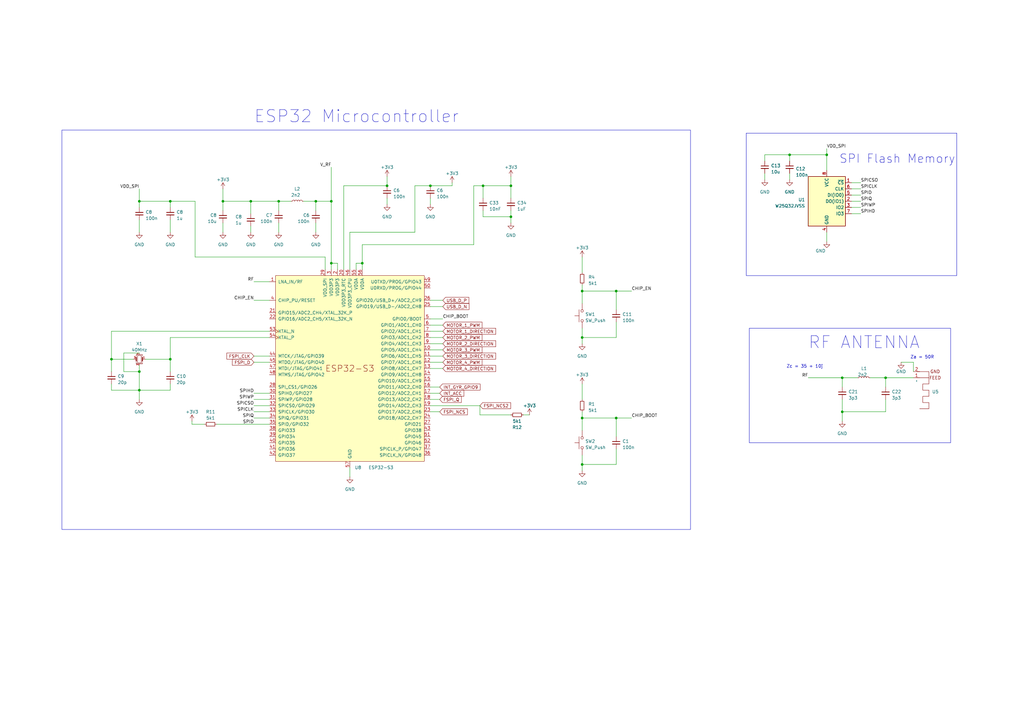
<source format=kicad_sch>
(kicad_sch (version 20230121) (generator eeschema)
  (paper "A3")
  (lib_symbols
    (symbol "Device:C_Small" (pin_numbers hide) (pin_names (offset 0.254) hide)
      (property "Reference" "C" (at 0.254 1.778 0))
      (property "Value" "C_Small" (at 0.254 -2.032 0))
      (symbol "C_Small_0_1"
        (polyline (pts (xy -1.524 -0.508) (xy 1.524 -0.508)) (stroke (width 0.3302)))
        (polyline (pts (xy -1.524 0.508) (xy 1.524 0.508)) (stroke (width 0.3048)))
      )
      (symbol "C_Small_1_1"
        (pin passive line (at 0 2.54 270) (length 2.032) (name "~") (number "1"))
        (pin passive line (at 0 -2.54 90) (length 2.032) (name "~") (number "2"))
      )
    )
    (symbol "Device:Crystal_GND24_Small" (pin_names (offset 1.016) hide)
      (property "Reference" "Y" (at 1.27 4.445 0))
      (property "Value" "Crystal_GND24_Small" (at 1.27 2.54 0))
      (symbol "Crystal_GND24_Small_0_1"
        (rectangle (start -0.762 -1.524) (end 0.762 1.524))
        (polyline (pts (xy -1.27 -0.762) (xy -1.27 0.762)) (stroke (width 0.381)))
        (polyline (pts (xy 1.27 -0.762) (xy 1.27 0.762)) (stroke (width 0.381)))
        (polyline (pts (xy -1.27 -1.27) (xy -1.27 -1.905) (xy 1.27 -1.905) (xy 1.27 -1.27)))
        (polyline (pts (xy -1.27 1.27) (xy -1.27 1.905) (xy 1.27 1.905) (xy 1.27 1.27)))
      )
      (symbol "Crystal_GND24_Small_1_1"
        (pin passive line (at -2.54 0 0) (length 1.27) (name "1") (number "1"))
        (pin passive line (at 0 -2.54 90) (length 0.635) (name "2") (number "2"))
        (pin passive line (at 2.54 0 180) (length 1.27) (name "3") (number "3"))
        (pin passive line (at 0 2.54 270) (length 0.635) (name "4") (number "4"))
      )
    )
    (symbol "Device:L_Small" (pin_numbers hide) (pin_names (offset 0.254) hide)
      (property "Reference" "L" (at 0.762 1.016 0))
      (property "Value" "L_Small" (at 0.762 -1.016 0))
      (symbol "L_Small_0_1"
        (arc (start 0 -2.032) (mid 0.5058 -1.524) (end 0 -1.016))
        (arc (start 0 -1.016) (mid 0.5058 -0.508) (end 0 0))
        (arc (start 0 0) (mid 0.5058 0.508) (end 0 1.016))
        (arc (start 0 1.016) (mid 0.5058 1.524) (end 0 2.032))
      )
      (symbol "L_Small_1_1"
        (pin passive line (at 0 2.54 270) (length 0.508) (name "~") (number "1"))
        (pin passive line (at 0 -2.54 90) (length 0.508) (name "~") (number "2"))
      )
    )
    (symbol "Device:R_Small" (pin_numbers hide) (pin_names (offset 0.254) hide)
      (property "Reference" "R" (at 0.762 0.508 0))
      (property "Value" "R_Small" (at 0.762 -1.016 0))
      (symbol "R_Small_0_1"
        (rectangle (start -0.762 1.778) (end 0.762 -1.778) (stroke (width 0.2032)))
      )
      (symbol "R_Small_1_1"
        (pin passive line (at 0 2.54 270) (length 0.762) (name "~") (number "1"))
        (pin passive line (at 0 -2.54 90) (length 0.762) (name "~") (number "2"))
      )
    )
    (symbol "Device:Small_Size_PCB_Antenna_2.4GHz" (in_bom no)
      (property "Reference" "U7" (at 4.445 6.35 90))
      (property "Value" "~" (at 0 0 0))
      (symbol "Small_Size_PCB_Antenna_2.4GHz_0_1"
        (polyline (pts (xy -3.81 0) (xy -3.81 5.08) (xy -1.27 5.08) (xy -1.27 0) (xy -1.27 5.08) (xy 1.27 5.08) (xy 1.27 2.54) (xy 3.81 2.54) (xy 3.81 5.08) (xy 6.35 5.08) (xy 6.35 2.54) (xy 8.89 2.54) (xy 8.89 5.08) (xy 11.43 5.08) (xy 11.43 1.27)))
      )
      (symbol "Small_Size_PCB_Antenna_2.4GHz_1_1"
        (text "FEED" (at -1.27 7.62 900) (effects (font (size 1.27 1.27))))
        (text "GND" (at -3.81 7.62 900) (effects (font (size 1.27 1.27))))
        (pin input line (at -1.27 -1.27 90) (length 2.54) (name "") (number "1"))
        (pin input line (at -3.81 -1.27 90) (length 2.54) (name "") (number "2"))
      )
    )
    (symbol "Memory_Flash:W25Q32JVSS"
      (property "Reference" "U" (at -6.35 11.43 0))
      (property "Value" "W25Q32JVSS" (at 7.62 11.43 0))
      (symbol "W25Q32JVSS_0_1"
        (rectangle (start -7.62 10.16) (end 7.62 -10.16) (stroke (width 0.254)) (fill (type background)))
      )
      (symbol "W25Q32JVSS_1_1"
        (pin input line (at -10.16 7.62 0) (length 2.54) (name "~{CS}") (number "1"))
        (pin bidirectional line (at -10.16 0 0) (length 2.54) (name "DO(IO1)") (number "2"))
        (pin bidirectional line (at -10.16 -2.54 0) (length 2.54) (name "IO2") (number "3"))
        (pin power_in line (at 0 -12.7 90) (length 2.54) (name "GND") (number "4"))
        (pin bidirectional line (at -10.16 2.54 0) (length 2.54) (name "DI(IO0)") (number "5"))
        (pin input line (at -10.16 5.08 0) (length 2.54) (name "CLK") (number "6"))
        (pin bidirectional line (at -10.16 -5.08 0) (length 2.54) (name "IO3") (number "7"))
        (pin power_in line (at 0 12.7 270) (length 2.54) (name "VCC") (number "8"))
      )
    )
    (symbol "PCM_Espressif:ESP32-S3" (pin_names (offset 1.016))
      (property "Reference" "U10" (at 1.9559 -40.64 0))
      (property "Value" "ESP32-S3" (at 7.62 -40.64 0))
      (symbol "ESP32-S3_0_0"
        (text "ESP32-S3" (at 0 0 0) (effects (font (size 2.54 2.54))))
        (pin bidirectional line (at 33.02 -35.56 180) (length 2.54) (name "SPICLK_N/GPIO48") (number "36"))
        (pin bidirectional line (at 33.02 -33.02 180) (length 2.54) (name "SPICLK_P/GPIO47") (number "37"))
      )
      (symbol "ESP32-S3_0_1"
        (rectangle (start -30.48 38.1) (end 30.48 -38.1) (fill (type background)))
      )
      (symbol "ESP32-S3_1_1"
        (pin bidirectional line (at -33.02 35.56 0) (length 2.54) (name "LNA_IN/RF") (number "1"))
        (pin bidirectional line (at 33.02 7.62 180) (length 2.54) (name "GPIO5/ADC1_CH4") (number "10"))
        (pin bidirectional line (at 33.02 5.08 180) (length 2.54) (name "GPIO6/ADC1_CH5") (number "11"))
        (pin bidirectional line (at 33.02 2.54 180) (length 2.54) (name "GPIO7/ADC1_CH6") (number "12"))
        (pin bidirectional line (at 33.02 0 180) (length 2.54) (name "GPIO8/ADC1_CH7") (number "13"))
        (pin bidirectional line (at 33.02 -2.54 180) (length 2.54) (name "GPIO9/ADC1_CH8") (number "14"))
        (pin bidirectional line (at 33.02 -5.08 180) (length 2.54) (name "GPIO10/ADC1_CH9") (number "15"))
        (pin bidirectional line (at 33.02 -7.62 180) (length 2.54) (name "GPIO11/ADC2_CH0") (number "16"))
        (pin bidirectional line (at 33.02 -10.16 180) (length 2.54) (name "GPIO12/ADC2_CH1") (number "17"))
        (pin bidirectional line (at 33.02 -12.7 180) (length 2.54) (name "GPIO13/ADC2_CH2") (number "18"))
        (pin bidirectional line (at 33.02 -15.24 180) (length 2.54) (name "GPIO14/ADC2_CH3") (number "19"))
        (pin power_in line (at -5.08 40.64 270) (length 2.54) (name "VDD3P3") (number "2"))
        (pin power_in line (at -2.54 40.64 270) (length 2.54) (name "VDD3P3_RTC") (number "20"))
        (pin bidirectional line (at -33.02 22.86 0) (length 2.54) (name "GPIO15/ADC2_CH4/XTAL_32K_P") (number "21"))
        (pin bidirectional line (at -33.02 20.32 0) (length 2.54) (name "GPIO16/ADC2_CH5/XTAL_32K_N") (number "22"))
        (pin bidirectional line (at 33.02 -17.78 180) (length 2.54) (name "GPIO17/ADC2_CH6") (number "23"))
        (pin bidirectional line (at 33.02 -20.32 180) (length 2.54) (name "GPIO18/ADC2_CH7") (number "24"))
        (pin bidirectional line (at 33.02 25.4 180) (length 2.54) (name "GPIO19/USB_D-/ADC2_CH8") (number "25"))
        (pin bidirectional line (at 33.02 27.94 180) (length 2.54) (name "GPIO20/USB_D+/ADC2_CH9") (number "26"))
        (pin bidirectional line (at 33.02 -22.86 180) (length 2.54) (name "GPIO21") (number "27"))
        (pin bidirectional line (at -33.02 -7.62 0) (length 2.54) (name "SPI_CS1/GPIO26") (number "28"))
        (pin power_out line (at -10.16 40.64 270) (length 2.54) (name "VDD_SPI") (number "29"))
        (pin power_in line (at -7.62 40.64 270) (length 2.54) (name "VDD3P3") (number "3"))
        (pin bidirectional line (at -33.02 -10.16 0) (length 2.54) (name "SPIHD/GPIO27") (number "30"))
        (pin bidirectional line (at -33.02 -12.7 0) (length 2.54) (name "SPIWP/GPIO28") (number "31"))
        (pin bidirectional line (at -33.02 -15.24 0) (length 2.54) (name "SPICS0/GPIO29") (number "32"))
        (pin bidirectional line (at -33.02 -17.78 0) (length 2.54) (name "SPICLK/GPIO30") (number "33"))
        (pin bidirectional line (at -33.02 -20.32 0) (length 2.54) (name "SPIQ/GPIO31") (number "34"))
        (pin bidirectional line (at -33.02 -22.86 0) (length 2.54) (name "SPID/GPIO32") (number "35"))
        (pin bidirectional line (at -33.02 -25.4 0) (length 2.54) (name "GPIO33") (number "38"))
        (pin bidirectional line (at -33.02 -27.94 0) (length 2.54) (name "GPIO34") (number "39"))
        (pin input line (at -33.02 27.94 0) (length 2.54) (name "CHIP_PU/RESET") (number "4"))
        (pin bidirectional line (at -33.02 -30.48 0) (length 2.54) (name "GPIO35") (number "40"))
        (pin bidirectional line (at -33.02 -33.02 0) (length 2.54) (name "GPIO36") (number "41"))
        (pin bidirectional line (at -33.02 -35.56 0) (length 2.54) (name "GPIO37") (number "42"))
        (pin bidirectional line (at 33.02 -25.4 180) (length 2.54) (name "GPIO38") (number "43"))
        (pin bidirectional line (at -33.02 5.08 0) (length 2.54) (name "MTCK/JTAG/GPIO39") (number "44"))
        (pin bidirectional line (at -33.02 2.54 0) (length 2.54) (name "MTDO/JTAG/GPIO40") (number "45"))
        (pin power_in line (at 0 40.64 270) (length 2.54) (name "VDD3P3_CPU") (number "46"))
        (pin bidirectional line (at -33.02 0 0) (length 2.54) (name "MTDI/JTAG/GPIO41") (number "47"))
        (pin bidirectional line (at -33.02 -2.54 0) (length 2.54) (name "MTMS/JTAG/GPIO42") (number "48"))
        (pin bidirectional line (at 33.02 35.56 180) (length 2.54) (name "U0TXD/PROG/GPIO43") (number "49"))
        (pin bidirectional line (at 33.02 20.32 180) (length 2.54) (name "GPIO0/BOOT") (number "5"))
        (pin bidirectional line (at 33.02 33.02 180) (length 2.54) (name "U0RXD/PROG/GPIO44") (number "50"))
        (pin bidirectional line (at 33.02 -27.94 180) (length 2.54) (name "GPIO45") (number "51"))
        (pin bidirectional line (at 33.02 -30.48 180) (length 2.54) (name "GPIO46") (number "52"))
        (pin input clock (at -33.02 15.24 0) (length 2.54) (name "XTAL_N") (number "53"))
        (pin output clock (at -33.02 12.7 0) (length 2.54) (name "XTAL_P") (number "54"))
        (pin power_in line (at 2.54 40.64 270) (length 2.54) (name "VDDA") (number "55"))
        (pin passive line (at 5.08 40.64 270) (length 2.54) (name "VDDA") (number "56"))
        (pin power_in line (at 0 -40.64 90) (length 2.54) (name "GND") (number "57"))
        (pin bidirectional line (at 33.02 17.78 180) (length 2.54) (name "GPIO1/ADC1_CH0") (number "6"))
        (pin bidirectional line (at 33.02 15.24 180) (length 2.54) (name "GPIO2/ADC1_CH1") (number "7"))
        (pin bidirectional line (at 33.02 12.7 180) (length 2.54) (name "GPIO3/ADC1_CH2") (number "8"))
        (pin bidirectional line (at 33.02 10.16 180) (length 2.54) (name "GPIO4/ADC1_CH3") (number "9"))
      )
    )
    (symbol "Switch:SW_Push" (pin_numbers hide) (pin_names (offset 1.016) hide)
      (property "Reference" "SW" (at 1.27 2.54 0))
      (property "Value" "SW_Push" (at 0 -1.524 0))
      (symbol "SW_Push_0_1"
        (circle (center -2.032 0) (radius 0.508))
        (polyline (pts (xy 0 1.27) (xy 0 3.048)))
        (polyline (pts (xy 2.54 1.27) (xy -2.54 1.27)))
        (circle (center 2.032 0) (radius 0.508))
        (pin passive line (at -5.08 0 0) (length 2.54) (name "1") (number "1"))
        (pin passive line (at 5.08 0 180) (length 2.54) (name "2") (number "2"))
      )
    )
    (symbol "power:+3V3" (power) (pin_names (offset 0))
      (property "Value" "+3V3" (at 0 3.556 0))
      (symbol "+3V3_0_1"
        (polyline (pts (xy -0.762 1.27) (xy 0 2.54)))
        (polyline (pts (xy 0 0) (xy 0 2.54)))
        (polyline (pts (xy 0 2.54) (xy 0.762 1.27)))
      )
      (symbol "+3V3_1_1"
        (pin power_in line (at 0 0 90) (length 0) hide (name "+3V3") (number "1"))
      )
    )
    (symbol "power:GND" (power) (pin_names (offset 0))
      (property "Value" "GND" (at 0 -3.81 0))
      (symbol "GND_0_1"
        (polyline (pts (xy 0 0) (xy 0 -1.27) (xy 1.27 -1.27) (xy 0 -2.54) (xy -1.27 -1.27) (xy 0 -1.27)))
      )
      (symbol "GND_1_1"
        (pin power_in line (at 0 0 270) (length 0) hide (name "GND") (number "1"))
      )
    )
  )
  (junction (at 238.76 190.5))
  (junction (at 238.76 171.45))
  (junction (at 209.55 88.9))
  (junction (at 363.22 154.94))
  (junction (at 252.73 119.38))
  (junction (at 198.12 76.2))
  (junction (at 57.15 160.02))
  (junction (at 69.85 82.55))
  (junction (at 238.76 119.38))
  (junction (at 209.55 76.2))
  (junction (at 176.53 76.2))
  (junction (at 158.75 76.2))
  (junction (at 102.87 82.55))
  (junction (at 57.15 152.4))
  (junction (at 323.85 63.5))
  (junction (at 339.09 63.5))
  (junction (at 135.89 82.55))
  (junction (at 135.89 107.95))
  (junction (at 69.85 147.32))
  (junction (at 345.44 154.94))
  (junction (at 57.15 82.55))
  (junction (at 45.72 147.32))
  (junction (at 345.44 168.91))
  (junction (at 91.44 82.55))
  (junction (at 129.54 82.55))
  (junction (at 252.73 171.45))
  (junction (at 114.3 82.55))
  (junction (at 148.59 107.95))
  (junction (at 238.76 138.43))
  (wire (pts (xy 158.75 81.28) (xy 158.75 83.82)))
  (wire (pts (xy 102.87 82.55) (xy 102.87 87.63)))
  (wire (pts (xy 349.25 77.47) (xy 353.06 77.47)))
  (wire (pts (xy 185.42 74.93) (xy 185.42 76.2)))
  (wire (pts (xy 238.76 171.45) (xy 252.73 171.45)))
  (wire (pts (xy 363.22 154.94) (xy 374.65 154.94)))
  (wire (pts (xy 176.53 140.97) (xy 181.61 140.97)))
  (wire (pts (xy 176.53 151.13) (xy 181.61 151.13)))
  (wire (pts (xy 143.51 191.77) (xy 143.51 195.58)))
  (wire (pts (xy 83.82 173.99) (xy 78.74 173.99)))
  (wire (pts (xy 238.76 138.43) (xy 238.76 140.97)))
  (wire (pts (xy 185.42 76.2) (xy 176.53 76.2)))
  (wire (pts (xy 91.44 91.44) (xy 91.44 95.25)))
  (wire (pts (xy 114.3 91.44) (xy 114.3 95.25)))
  (wire (pts (xy 91.44 82.55) (xy 102.87 82.55)))
  (wire (pts (xy 57.15 77.47) (xy 57.15 82.55)))
  (wire (pts (xy 176.53 125.73) (xy 181.61 125.73)))
  (wire (pts (xy 59.69 147.32) (xy 69.85 147.32)))
  (wire (pts (xy 57.15 160.02) (xy 69.85 160.02)))
  (wire (pts (xy 238.76 134.62) (xy 238.76 138.43)))
  (wire (pts (xy 349.25 85.09) (xy 353.06 85.09)))
  (wire (pts (xy 133.35 110.49) (xy 133.35 105.41)))
  (wire (pts (xy 102.87 82.55) (xy 114.3 82.55)))
  (wire (pts (xy 238.76 186.69) (xy 238.76 190.5)))
  (wire (pts (xy 345.44 154.94) (xy 351.79 154.94)))
  (wire (pts (xy 176.53 123.19) (xy 181.61 123.19)))
  (wire (pts (xy 313.69 71.12) (xy 313.69 73.66)))
  (wire (pts (xy 148.59 107.95) (xy 148.59 110.49)))
  (wire (pts (xy 57.15 144.78) (xy 50.8 144.78)))
  (wire (pts (xy 104.14 168.91) (xy 110.49 168.91)))
  (wire (pts (xy 170.18 95.25) (xy 170.18 76.2)))
  (wire (pts (xy 349.25 74.93) (xy 353.06 74.93)))
  (wire (pts (xy 214.63 170.18) (xy 217.17 170.18)))
  (wire (pts (xy 69.85 90.17) (xy 69.85 95.25)))
  (wire (pts (xy 148.59 100.33) (xy 148.59 107.95)))
  (wire (pts (xy 104.14 163.83) (xy 110.49 163.83)))
  (wire (pts (xy 129.54 82.55) (xy 129.54 86.36)))
  (wire (pts (xy 196.85 170.18) (xy 209.55 170.18)))
  (wire (pts (xy 104.14 148.59) (xy 110.49 148.59)))
  (wire (pts (xy 88.9 173.99) (xy 110.49 173.99)))
  (wire (pts (xy 356.87 154.94) (xy 363.22 154.94)))
  (wire (pts (xy 138.43 107.95) (xy 135.89 107.95)))
  (wire (pts (xy 129.54 91.44) (xy 129.54 95.25)))
  (wire (pts (xy 176.53 143.51) (xy 181.61 143.51)))
  (wire (pts (xy 176.53 148.59) (xy 181.61 148.59)))
  (wire (pts (xy 194.31 76.2) (xy 198.12 76.2)))
  (wire (pts (xy 102.87 92.71) (xy 102.87 95.25)))
  (wire (pts (xy 104.14 146.05) (xy 110.49 146.05)))
  (wire (pts (xy 148.59 100.33) (xy 194.31 100.33)))
  (wire (pts (xy 252.73 119.38) (xy 252.73 127)))
  (wire (pts (xy 363.22 163.83) (xy 363.22 168.91)))
  (wire (pts (xy 339.09 95.25) (xy 339.09 99.06)))
  (wire (pts (xy 238.76 171.45) (xy 238.76 176.53)))
  (wire (pts (xy 129.54 82.55) (xy 124.46 82.55)))
  (wire (pts (xy 198.12 76.2) (xy 209.55 76.2)))
  (wire (pts (xy 80.01 82.55) (xy 80.01 105.41)))
  (wire (pts (xy 114.3 82.55) (xy 119.38 82.55)))
  (wire (pts (xy 45.72 157.48) (xy 45.72 160.02)))
  (wire (pts (xy 69.85 147.32) (xy 69.85 152.4)))
  (wire (pts (xy 140.97 76.2) (xy 140.97 110.49)))
  (wire (pts (xy 176.53 166.37) (xy 196.85 166.37)))
  (wire (pts (xy 104.14 123.19) (xy 110.49 123.19)))
  (wire (pts (xy 57.15 160.02) (xy 57.15 163.83)))
  (wire (pts (xy 143.51 110.49) (xy 143.51 95.25)))
  (wire (pts (xy 238.76 157.48) (xy 238.76 163.83)))
  (wire (pts (xy 238.76 190.5) (xy 252.73 190.5)))
  (wire (pts (xy 133.35 105.41) (xy 80.01 105.41)))
  (wire (pts (xy 140.97 76.2) (xy 158.75 76.2)))
  (wire (pts (xy 57.15 82.55) (xy 57.15 85.09)))
  (wire (pts (xy 57.15 152.4) (xy 57.15 160.02)))
  (wire (pts (xy 91.44 77.47) (xy 91.44 82.55)))
  (wire (pts (xy 323.85 63.5) (xy 339.09 63.5)))
  (wire (pts (xy 252.73 171.45) (xy 252.73 179.07)))
  (wire (pts (xy 252.73 184.15) (xy 252.73 190.5)))
  (wire (pts (xy 45.72 135.89) (xy 110.49 135.89)))
  (wire (pts (xy 198.12 81.28) (xy 198.12 76.2)))
  (wire (pts (xy 345.44 168.91) (xy 345.44 172.72)))
  (wire (pts (xy 345.44 168.91) (xy 363.22 168.91)))
  (wire (pts (xy 238.76 119.38) (xy 252.73 119.38)))
  (wire (pts (xy 69.85 82.55) (xy 69.85 85.09)))
  (wire (pts (xy 176.53 163.83) (xy 180.34 163.83)))
  (wire (pts (xy 349.25 82.55) (xy 353.06 82.55)))
  (wire (pts (xy 78.74 172.72) (xy 78.74 173.99)))
  (wire (pts (xy 238.76 105.41) (xy 238.76 111.76)))
  (wire (pts (xy 323.85 63.5) (xy 313.69 63.5)))
  (wire (pts (xy 170.18 76.2) (xy 176.53 76.2)))
  (wire (pts (xy 349.25 87.63) (xy 353.06 87.63)))
  (wire (pts (xy 194.31 100.33) (xy 194.31 76.2)))
  (wire (pts (xy 50.8 144.78) (xy 50.8 152.4)))
  (wire (pts (xy 209.55 76.2) (xy 209.55 81.28)))
  (wire (pts (xy 369.57 148.59) (xy 374.65 148.59)))
  (wire (pts (xy 57.15 90.17) (xy 57.15 95.25)))
  (wire (pts (xy 114.3 86.36) (xy 114.3 82.55)))
  (wire (pts (xy 323.85 66.04) (xy 323.85 63.5)))
  (wire (pts (xy 50.8 152.4) (xy 57.15 152.4)))
  (wire (pts (xy 57.15 160.02) (xy 45.72 160.02)))
  (wire (pts (xy 363.22 158.75) (xy 363.22 154.94)))
  (wire (pts (xy 345.44 163.83) (xy 345.44 168.91)))
  (wire (pts (xy 158.75 72.39) (xy 158.75 76.2)))
  (wire (pts (xy 146.05 110.49) (xy 146.05 107.95)))
  (wire (pts (xy 69.85 138.43) (xy 69.85 147.32)))
  (wire (pts (xy 45.72 147.32) (xy 45.72 152.4)))
  (wire (pts (xy 238.76 116.84) (xy 238.76 119.38)))
  (wire (pts (xy 345.44 154.94) (xy 345.44 158.75)))
  (wire (pts (xy 176.53 146.05) (xy 181.61 146.05)))
  (wire (pts (xy 69.85 138.43) (xy 110.49 138.43)))
  (wire (pts (xy 198.12 86.36) (xy 198.12 88.9)))
  (wire (pts (xy 323.85 71.12) (xy 323.85 73.66)))
  (wire (pts (xy 138.43 110.49) (xy 138.43 107.95)))
  (wire (pts (xy 238.76 168.91) (xy 238.76 171.45)))
  (wire (pts (xy 80.01 82.55) (xy 69.85 82.55)))
  (wire (pts (xy 238.76 138.43) (xy 252.73 138.43)))
  (wire (pts (xy 331.47 154.94) (xy 345.44 154.94)))
  (wire (pts (xy 252.73 171.45) (xy 259.08 171.45)))
  (wire (pts (xy 176.53 138.43) (xy 181.61 138.43)))
  (wire (pts (xy 135.89 82.55) (xy 129.54 82.55)))
  (wire (pts (xy 349.25 80.01) (xy 353.06 80.01)))
  (wire (pts (xy 209.55 88.9) (xy 209.55 91.44)))
  (wire (pts (xy 252.73 119.38) (xy 259.08 119.38)))
  (wire (pts (xy 209.55 72.39) (xy 209.55 76.2)))
  (wire (pts (xy 135.89 82.55) (xy 135.89 107.95)))
  (wire (pts (xy 238.76 190.5) (xy 238.76 193.04)))
  (wire (pts (xy 196.85 170.18) (xy 196.85 166.37)))
  (wire (pts (xy 238.76 119.38) (xy 238.76 124.46)))
  (wire (pts (xy 104.14 166.37) (xy 110.49 166.37)))
  (wire (pts (xy 143.51 95.25) (xy 170.18 95.25)))
  (wire (pts (xy 135.89 68.58) (xy 135.89 82.55)))
  (wire (pts (xy 176.53 81.28) (xy 176.53 83.82)))
  (wire (pts (xy 54.61 147.32) (xy 45.72 147.32)))
  (wire (pts (xy 176.53 168.91) (xy 180.34 168.91)))
  (wire (pts (xy 339.09 63.5) (xy 339.09 69.85)))
  (wire (pts (xy 57.15 149.86) (xy 57.15 152.4)))
  (wire (pts (xy 176.53 130.81) (xy 181.61 130.81)))
  (wire (pts (xy 146.05 107.95) (xy 148.59 107.95)))
  (wire (pts (xy 57.15 82.55) (xy 69.85 82.55)))
  (wire (pts (xy 252.73 132.08) (xy 252.73 138.43)))
  (wire (pts (xy 104.14 115.57) (xy 110.49 115.57)))
  (wire (pts (xy 45.72 135.89) (xy 45.72 147.32)))
  (wire (pts (xy 176.53 135.89) (xy 181.61 135.89)))
  (wire (pts (xy 209.55 86.36) (xy 209.55 88.9)))
  (wire (pts (xy 374.65 148.59) (xy 374.65 152.4)))
  (wire (pts (xy 176.53 161.29) (xy 180.34 161.29)))
  (wire (pts (xy 339.09 60.96) (xy 339.09 63.5)))
  (wire (pts (xy 104.14 171.45) (xy 110.49 171.45)))
  (wire (pts (xy 91.44 86.36) (xy 91.44 82.55)))
  (wire (pts (xy 69.85 157.48) (xy 69.85 160.02)))
  (wire (pts (xy 135.89 110.49) (xy 135.89 107.95)))
  (wire (pts (xy 176.53 158.75) (xy 180.34 158.75)))
  (wire (pts (xy 104.14 161.29) (xy 110.49 161.29)))
  (wire (pts (xy 198.12 88.9) (xy 209.55 88.9)))
  (wire (pts (xy 181.61 133.35) (xy 176.53 133.35)))
  (wire (pts (xy 313.69 63.5) (xy 313.69 66.04)))
  (rectangle (start 306.07 54.61) (end 392.43 113.03))
  (rectangle (start 25.4 53.34) (end 283.21 217.17))
  (rectangle (start 307.34 134.62) (end 389.89 181.61))
  (text "Za = 50R" (at 373.38 147.32 0) (effects (font (size 1.27 1.27)) (justify left bottom)))
  (text "Zc = 35 + 10j" (at 322.58 151.13 0) (effects (font (size 1.27 1.27)) (justify left bottom)))
  (text "ESP32 Microcontroller" (at 104.14 50.8 0) (effects (font (size 5 5)) (justify left bottom)))
  (text "SPI Flash Memory\n" (at 344.17 67.31 0) (effects (font (size 3.5 3.5)) (justify left bottom)))
  (text "RF ANTENNA" (at 331.47 143.51 0) (effects (font (size 5 5)) (justify left bottom)))
  (label "CHIP_EN" (at 104.14 123.19 180))
  (label "VDD_SPI" (at 339.09 60.96 0))
  (label "RF" (at 104.14 115.57 180))
  (label "CHIP_BOOT" (at 181.61 130.81 0))
  (label "V_RF" (at 135.89 68.58 180))
  (label "SPIQ" (at 104.14 171.45 180))
  (label "SPIQ" (at 353.06 82.55 0))
  (label "RF" (at 331.47 154.94 180))
  (label "SPID" (at 104.14 173.99 180))
  (label "SPICSO" (at 353.06 74.93 0))
  (label "CHIP_EN" (at 259.08 119.38 0))
  (label "SPID" (at 353.06 80.01 0))
  (label "SPICLK" (at 353.06 77.47 0))
  (label "SPIHD" (at 353.06 87.63 0))
  (label "SPIWP" (at 353.06 85.09 0))
  (label "SPICLK" (at 104.14 168.91 180))
  (label "SPIWP" (at 104.14 163.83 180))
  (label "SPICSO" (at 104.14 166.37 180))
  (label "VDD_SPI" (at 57.15 77.47 180))
  (label "CHIP_BOOT" (at 259.08 171.45 0))
  (label "SPIHD" (at 104.14 161.29 180))
  (global_label "USB_D_P" (shape input) (at 181.61 123.19 0) (property "Intersheetrefs" "${INTERSHEET_REFS}" (effects hide)))
  (global_label "MOTOR_3_PWM" (shape input) (at 181.61 143.51 0) (property "Intersheetrefs" "${INTERSHEET_REFS}" (effects hide)))
  (global_label "MOTOR_4_PWM" (shape input) (at 181.61 148.59 0) (property "Intersheetrefs" "${INTERSHEET_REFS}" (effects hide)))
  (global_label "MOTOR_1_DIRECTION" (shape input) (at 181.61 135.89 0) (property "Intersheetrefs" "${INTERSHEET_REFS}" (effects hide)))
  (global_label "FSPI_CLK" (shape input) (at 104.14 146.05 180) (property "Intersheetrefs" "${INTERSHEET_REFS}" (effects hide)))
  (global_label "FSPI_NCS2" (shape input) (at 196.85 166.37 0) (property "Intersheetrefs" "${INTERSHEET_REFS}" (effects hide)))
  (global_label "MOTOR_1_PWM" (shape input) (at 181.61 133.35 0) (property "Intersheetrefs" "${INTERSHEET_REFS}" (effects hide)))
  (global_label "MOTOR_2_DIRECTION" (shape input) (at 181.61 140.97 0) (property "Intersheetrefs" "${INTERSHEET_REFS}" (effects hide)))
  (global_label "MOTOR_2_PWM" (shape input) (at 181.61 138.43 0) (property "Intersheetrefs" "${INTERSHEET_REFS}" (effects hide)))
  (global_label "MOTOR_3_DIRECTION" (shape input) (at 181.61 146.05 0) (property "Intersheetrefs" "${INTERSHEET_REFS}" (effects hide)))
  (global_label "FSPI_NCS" (shape input) (at 180.34 168.91 0) (property "Intersheetrefs" "${INTERSHEET_REFS}" (effects hide)))
  (global_label "USB_D_N" (shape input) (at 181.61 125.73 0) (property "Intersheetrefs" "${INTERSHEET_REFS}" (effects hide)))
  (global_label "FSPI_Q" (shape input) (at 180.34 163.83 0) (property "Intersheetrefs" "${INTERSHEET_REFS}" (effects hide)))
  (global_label "MOTOR_4_DIRECTION" (shape input) (at 181.61 151.13 0) (property "Intersheetrefs" "${INTERSHEET_REFS}" (effects hide)))
  (global_label "INT_ACC" (shape input) (at 180.34 161.29 0) (property "Intersheetrefs" "${INTERSHEET_REFS}" (effects hide)))
  (global_label "FSPI_D" (shape input) (at 104.14 148.59 180) (property "Intersheetrefs" "${INTERSHEET_REFS}" (effects hide)))
  (global_label "INT_GYR_GPIO9" (shape input) (at 180.34 158.75 0) (property "Intersheetrefs" "${INTERSHEET_REFS}" (effects hide)))
  (symbol (lib_id "Switch:SW_Push") (at 238.76 181.61 90) (unit 1)
    (property "Reference" "SW2" (at 240.03 180.975 90) (effects (justify right)))
    (property "Value" "SW_Push" (at 240.03 183.515 90) (effects (justify right)))
    (property "Footprint" "Button_Switch_SMD:SW_Push_SPST_NO_Alps_SKRK" (effects hide))
    (instances (project "RC-Car-Controller" (path "" (reference "SW2") (unit 1)) (path "" (reference "SW4") (unit 1))))
  )
  (symbol (lib_id "Device:C_Small") (at 252.73 181.61 0) (unit 1)
    (property "Reference" "C1" (at 255.27 180.9813 0) (effects (justify left)))
    (property "Value" "100n" (at 255.27 183.5213 0) (effects (justify left)))
    (property "Footprint" "Capacitor_SMD:C_0402_1005Metric" (effects hide))
    (instances (project "RC-Car-Controller" (path "" (reference "C1") (unit 1)) (path "" (reference "C16") (unit 1))))
  )
  (symbol (lib_id "Device:C_Small") (at 209.55 83.82 0) (unit 1)
    (property "Reference" "C34" (at 212.09 83.1913 0) (effects (justify left)))
    (property "Value" "1uF" (at 212.09 85.7313 0) (effects (justify left)))
    (property "Footprint" "Capacitor_SMD:C_0402_1005Metric" (effects hide))
  )
  (symbol (lib_id "Switch:SW_Push") (at 238.76 129.54 90) (unit 1)
    (property "Reference" "SW1" (at 240.03 128.905 90) (effects (justify right)))
    (property "Value" "SW_Push" (at 240.03 131.445 90) (effects (justify right)))
    (property "Footprint" "Button_Switch_SMD:SW_Push_SPST_NO_Alps_SKRK" (effects hide))
    (instances (project "RC-Car-Controller" (path "" (reference "SW1") (unit 1)) (path "" (reference "SW2") (unit 1))))
  )
  (symbol (lib_id "power:GND") (at 129.54 95.25 0) (mirror y) (unit 1)
    (property "Reference" "#PWR07" (effects hide))
    (property "Value" "GND" (at 129.54 100.33 0))
    (instances (project "RC-Car-Controller" (path "" (reference "#PWR07") (unit 1)) (path "" (reference "#PWR044") (unit 1))))
  )
  (symbol (lib_id "Device:C_Small") (at 198.12 83.82 0) (unit 1)
    (property "Reference" "C33" (at 200.66 83.1913 0) (effects (justify left)))
    (property "Value" "10nF" (at 200.66 85.7313 0) (effects (justify left)))
    (property "Footprint" "Capacitor_SMD:C_0402_1005Metric" (effects hide))
  )
  (symbol (lib_id "Device:C_Small") (at 57.15 87.63 0) (mirror y) (unit 1)
    (property "Reference" "C8" (at 59.69 87.0013 0) (effects (justify right)))
    (property "Value" "100n" (at 59.69 89.5413 0) (effects (justify right)))
    (property "Footprint" "Capacitor_SMD:C_0402_1005Metric" (effects hide))
    (instances (project "RC-Car-Controller" (path "" (reference "C8") (unit 1)) (path "" (reference "C24") (unit 1))))
  )
  (symbol (lib_id "Device:C_Small") (at 114.3 88.9 0) (mirror y) (unit 1)
    (property "Reference" "C7" (at 111.76 88.2713 0) (effects (justify left)))
    (property "Value" "100n" (at 111.76 90.8113 0) (effects (justify left)))
    (property "Footprint" "Capacitor_SMD:C_0402_1005Metric" (effects hide))
    (instances (project "RC-Car-Controller" (path "" (reference "C7") (unit 1)) (path "" (reference "C29") (unit 1))))
  )
  (symbol (lib_id "Device:R_Small") (at 238.76 166.37 0) (unit 1)
    (property "Reference" "R1" (at 241.3 165.735 0) (effects (justify left)))
    (property "Value" "5k1" (at 241.3 168.275 0) (effects (justify left)))
    (property "Footprint" "Resistor_SMD:R_0603_1608Metric" (effects hide))
    (instances (project "RC-Car-Controller" (path "" (reference "R1") (unit 1)) (path "" (reference "R10") (unit 1))))
  )
  (symbol (lib_id "Device:C_Small") (at 158.75 78.74 0) (mirror y) (unit 1)
    (property "Reference" "C6" (at 161.29 78.1113 0) (effects (justify right)))
    (property "Value" "100n" (at 161.29 80.6513 0) (effects (justify right)))
    (property "Footprint" "Capacitor_SMD:C_0402_1005Metric" (effects hide))
    (instances (project "RC-Car-Controller" (path "" (reference "C6") (unit 1)) (path "" (reference "C31") (unit 1))))
  )
  (symbol (lib_id "Device:C_Small") (at 91.44 88.9 0) (mirror y) (unit 1)
    (property "Reference" "C8" (at 88.9 88.2713 0) (effects (justify left)))
    (property "Value" "10u" (at 88.9 90.8113 0) (effects (justify left)))
    (property "Footprint" "Capacitor_SMD:C_0603_1608Metric" (effects hide))
    (instances (project "RC-Car-Controller" (path "" (reference "C8") (unit 1)) (path "" (reference "C27") (unit 1))))
  )
  (symbol (lib_id "Device:C_Small") (at 345.44 161.29 0) (unit 1)
    (property "Reference" "C21" (at 347.98 160.6613 0) (effects (justify left)))
    (property "Value" "3p3" (at 347.98 163.2013 0) (effects (justify left)))
    (property "Footprint" "Capacitor_SMD:C_0402_1005Metric" (effects hide))
  )
  (symbol (lib_id "power:GND") (at 158.75 83.82 0) (mirror y) (unit 1)
    (property "Reference" "#PWR07" (effects hide))
    (property "Value" "GND" (at 158.75 88.9 0))
    (instances (project "RC-Car-Controller" (path "" (reference "#PWR07") (unit 1)) (path "" (reference "#PWR047") (unit 1))))
  )
  (symbol (lib_id "power:GND") (at 345.44 172.72 0) (unit 1)
    (property "Reference" "#PWR024" (effects hide))
    (property "Value" "GND" (at 345.44 177.8 0))
    (instances (project "RC-Car-Controller" (path "" (reference "#PWR024") (unit 1)) (path "" (reference "#PWR033") (unit 1))))
  )
  (symbol (lib_id "power:GND") (at 238.76 140.97 0) (unit 1)
    (property "Reference" "#PWR012" (effects hide))
    (property "Value" "GND" (at 238.76 146.05 0))
    (instances (project "RC-Car-Controller" (path "" (reference "#PWR012") (unit 1)) (path "" (reference "#PWR028") (unit 1))))
  )
  (symbol (lib_id "Device:C_Small") (at 363.22 161.29 0) (unit 1)
    (property "Reference" "C22" (at 365.76 160.6613 0) (effects (justify left)))
    (property "Value" "3p3" (at 365.76 163.2013 0) (effects (justify left)))
    (property "Footprint" "Capacitor_SMD:C_0402_1005Metric" (effects hide))
  )
  (symbol (lib_id "power:+3V3") (at 91.44 77.47 0) (mirror y) (unit 1)
    (property "Reference" "#PWR08" (effects hide))
    (property "Value" "+3V3" (at 91.44 73.66 0))
    (instances (project "RC-Car-Controller" (path "" (reference "#PWR08") (unit 1)) (path "" (reference "#PWR040") (unit 1))))
  )
  (symbol (lib_id "Device:C_Small") (at 69.85 87.63 0) (mirror y) (unit 1)
    (property "Reference" "C8" (at 72.39 87.0013 0) (effects (justify right)))
    (property "Value" "1u" (at 72.39 89.5413 0) (effects (justify right)))
    (property "Footprint" "Capacitor_SMD:C_0402_1005Metric" (effects hide))
    (instances (project "RC-Car-Controller" (path "" (reference "C8") (unit 1)) (path "" (reference "C25") (unit 1))))
  )
  (symbol (lib_id "Device:C_Small") (at 102.87 90.17 0) (mirror y) (unit 1)
    (property "Reference" "C8" (at 96.52 88.9 0) (effects (justify right)))
    (property "Value" "1u" (at 96.52 91.44 0) (effects (justify right)))
    (property "Footprint" "Capacitor_SMD:C_0402_1005Metric" (effects hide))
    (instances (project "RC-Car-Controller" (path "" (reference "C8") (unit 1)) (path "" (reference "C28") (unit 1))))
  )
  (symbol (lib_id "power:GND") (at 238.76 193.04 0) (unit 1)
    (property "Reference" "#PWR04" (effects hide))
    (property "Value" "GND" (at 238.76 198.12 0))
    (instances (project "RC-Car-Controller" (path "" (reference "#PWR04") (unit 1)) (path "" (reference "#PWR068") (unit 1))))
  )
  (symbol (lib_id "Device:C_Small") (at 313.69 68.58 0) (unit 1)
    (property "Reference" "C13" (at 316.23 67.9513 0) (effects (justify left)))
    (property "Value" "10u" (at 316.23 70.4913 0) (effects (justify left)))
    (property "Footprint" "Capacitor_SMD:C_0603_1608Metric" (effects hide))
    (instances (project "RC-Car-Controller" (path "" (reference "C13") (unit 1)) (path "" (reference "C19") (unit 1))))
  )
  (symbol (lib_id "power:GND") (at 176.53 83.82 0) (unit 1)
    (property "Reference" "#PWR048" (effects hide))
    (property "Value" "GND" (at 176.53 88.9 0))
  )
  (symbol (lib_id "power:+3V3") (at 78.74 172.72 0) (unit 1)
    (property "Reference" "#PWR06" (effects hide))
    (property "Value" "+3V3" (at 78.74 168.91 0))
    (instances (project "RC-Car-Controller" (path "" (reference "#PWR06") (unit 1)) (path "" (reference "#PWR039") (unit 1))))
  )
  (symbol (lib_id "power:GND") (at 313.69 73.66 0) (unit 1)
    (property "Reference" "#PWR015" (effects hide))
    (property "Value" "GND" (at 313.69 78.74 0))
    (instances (project "RC-Car-Controller" (path "" (reference "#PWR015") (unit 1)) (path "" (reference "#PWR030") (unit 1))))
  )
  (symbol (lib_id "power:+3V3") (at 217.17 170.18 0) (unit 1)
    (property "Reference" "#PWR050" (effects hide))
    (property "Value" "+3V3" (at 217.17 166.37 0))
    (instances (project "RC-Car-Controller" (path "" (reference "#PWR050") (unit 1)) (path "" (reference "#PWR020") (unit 1))))
  )
  (symbol (lib_id "power:GND") (at 102.87 95.25 0) (mirror y) (unit 1)
    (property "Reference" "#PWR09" (effects hide))
    (property "Value" "GND" (at 102.87 100.33 0))
    (instances (project "RC-Car-Controller" (path "" (reference "#PWR09") (unit 1)) (path "" (reference "#PWR042") (unit 1))))
  )
  (symbol (lib_id "Device:C_Small") (at 176.53 78.74 0) (mirror y) (unit 1)
    (property "Reference" "C6" (at 179.07 78.1113 0) (effects (justify right)))
    (property "Value" "100n" (at 179.07 80.6513 0) (effects (justify right)))
    (property "Footprint" "Capacitor_SMD:C_0402_1005Metric" (effects hide))
    (instances (project "RC-Car-Controller" (path "" (reference "C6") (unit 1)) (path "" (reference "C32") (unit 1))))
  )
  (symbol (lib_id "power:GND") (at 91.44 95.25 0) (mirror y) (unit 1)
    (property "Reference" "#PWR09" (effects hide))
    (property "Value" "GND" (at 91.44 100.33 0))
    (instances (project "RC-Car-Controller" (path "" (reference "#PWR09") (unit 1)) (path "" (reference "#PWR041") (unit 1))))
  )
  (symbol (lib_id "Memory_Flash:W25Q32JVSS") (at 339.09 82.55 0) (mirror y) (unit 1)
    (property "Reference" "U1" (at 330.2 81.915 0) (effects (justify left)))
    (property "Value" "W25Q32JVSS" (at 330.2 84.455 0) (effects (justify left)))
    (property "Footprint" "Package_SO:SOIC-8_5.23x5.23mm_P1.27mm" (effects hide))
    (property "Datasheet" "http://www.winbond.com/resource-files/w25q32jv%20revg%2003272018%20plus.pdf" (effects hide))
    (instances (project "RC-Car-Controller" (path "" (reference "U1") (unit 1)) (path "" (reference "U6") (unit 1))))
  )
  (symbol (lib_id "Device:C_Small") (at 45.72 154.94 0) (mirror y) (unit 1)
    (property "Reference" "C9" (at 48.26 154.3113 0) (effects (justify right)))
    (property "Value" "20p" (at 48.26 156.8513 0) (effects (justify right)))
    (property "Footprint" "Capacitor_SMD:C_0402_1005Metric" (effects hide))
    (instances (project "RC-Car-Controller" (path "" (reference "C9") (unit 1)) (path "" (reference "C23") (unit 1))))
  )
  (symbol (lib_id "power:GND") (at 69.85 95.25 0) (mirror y) (unit 1)
    (property "Reference" "#PWR09" (effects hide))
    (property "Value" "GND" (at 69.85 100.33 0))
    (instances (project "RC-Car-Controller" (path "" (reference "#PWR09") (unit 1)) (path "" (reference "#PWR038") (unit 1))))
  )
  (symbol (lib_id "Device:Small_Size_PCB_Antenna_2.4GHz") (at 375.92 156.21 270) (unit 1) (in_bom no)
    (property "Reference" "U5" (at 382.27 160.655 90) (effects (justify left)))
    (property "Value" "~" (at 375.92 156.21 0))
    (property "Footprint" "RF_Antenna:Texas_SWRA117D_2.4GHz_Left" (effects hide))
    (instances (project "RC-Car-Controller" (path "" (reference "U5") (unit 1)) (path "" (reference "U7") (unit 1))))
  )
  (symbol (lib_id "Device:C_Small") (at 129.54 88.9 0) (mirror y) (unit 1)
    (property "Reference" "C6" (at 127 88.2713 0) (effects (justify left)))
    (property "Value" "100n" (at 127 90.8113 0) (effects (justify left)))
    (property "Footprint" "Capacitor_SMD:C_0402_1005Metric" (effects hide))
    (instances (project "RC-Car-Controller" (path "" (reference "C6") (unit 1)) (path "" (reference "C30") (unit 1))))
  )
  (symbol (lib_id "power:+3V3") (at 238.76 157.48 0) (unit 1)
    (property "Reference" "#PWR02" (effects hide))
    (property "Value" "+3V3" (at 238.76 153.67 0))
    (instances (project "RC-Car-Controller" (path "" (reference "#PWR02") (unit 1)) (path "" (reference "#PWR029") (unit 1))))
  )
  (symbol (lib_id "Device:C_Small") (at 69.85 154.94 0) (mirror y) (unit 1)
    (property "Reference" "C10" (at 72.39 154.3113 0) (effects (justify right)))
    (property "Value" "20p" (at 72.39 156.8513 0) (effects (justify right)))
    (property "Footprint" "Capacitor_SMD:C_0402_1005Metric" (effects hide))
    (instances (project "RC-Car-Controller" (path "" (reference "C10") (unit 1)) (path "" (reference "C26") (unit 1))))
  )
  (symbol (lib_id "Device:R_Small") (at 86.36 173.99 270) (unit 1)
    (property "Reference" "R11" (at 86.36 168.91 90))
    (property "Value" "5k1" (at 86.36 171.45 90))
    (property "Footprint" "Resistor_SMD:R_0603_1608Metric" (effects hide))
    (instances (project "RC-Car-Controller" (path "" (reference "R11") (unit 1)) (path "" (reference "R12") (unit 1))))
  )
  (symbol (lib_id "power:+3V3") (at 238.76 105.41 0) (unit 1)
    (property "Reference" "#PWR011" (effects hide))
    (property "Value" "+3V3" (at 238.76 101.6 0))
    (instances (project "RC-Car-Controller" (path "" (reference "#PWR011") (unit 1)) (path "" (reference "#PWR025") (unit 1))))
  )
  (symbol (lib_id "Device:R_Small") (at 238.76 114.3 0) (unit 1)
    (property "Reference" "R4" (at 241.3 113.665 0) (effects (justify left)))
    (property "Value" "5k1" (at 241.3 116.205 0) (effects (justify left)))
    (property "Footprint" "Resistor_SMD:R_0603_1608Metric" (effects hide))
    (instances (project "RC-Car-Controller" (path "" (reference "R4") (unit 1)) (path "" (reference "R8") (unit 1))))
  )
  (symbol (lib_id "Device:C_Small") (at 323.85 68.58 0) (unit 1)
    (property "Reference" "C12" (at 326.39 69.2213 0) (effects (justify left)))
    (property "Value" "100n" (at 326.39 71.7613 0) (effects (justify left)))
    (property "Footprint" "Capacitor_SMD:C_0402_1005Metric" (effects hide))
    (instances (project "RC-Car-Controller" (path "" (reference "C12") (unit 1)) (path "" (reference "C20") (unit 1))))
  )
  (symbol (lib_id "power:GND") (at 369.57 148.59 0) (unit 1)
    (property "Reference" "#PWR025" (effects hide))
    (property "Value" "GND" (at 369.57 152.4 0))
    (instances (project "RC-Car-Controller" (path "" (reference "#PWR025") (unit 1)) (path "" (reference "#PWR034") (unit 1))))
  )
  (symbol (lib_id "power:GND") (at 323.85 73.66 0) (unit 1)
    (property "Reference" "#PWR014" (effects hide))
    (property "Value" "GND" (at 323.85 78.74 0))
    (instances (project "RC-Car-Controller" (path "" (reference "#PWR014") (unit 1)) (path "" (reference "#PWR031") (unit 1))))
  )
  (symbol (lib_id "Device:Crystal_GND24_Small") (at 57.15 147.32 0) (mirror y) (unit 1)
    (property "Reference" "X1" (at 57.15 140.97 0))
    (property "Value" "40MHz" (at 57.15 143.51 0))
    (property "Footprint" "KiCADv7:OSC_X322516MLB4SI" (effects hide))
    (property "LCSC" "C13738" (effects hide))
    (instances (project "RC-Car-Controller" (path "" (reference "X1") (unit 1)) (path "" (reference "X2") (unit 1))))
  )
  (symbol (lib_id "power:+3V3") (at 209.55 72.39 0) (unit 1)
    (property "Reference" "#PWR011" (effects hide))
    (property "Value" "+3V3" (at 209.55 68.58 0))
    (instances (project "RC-Car-Controller" (path "" (reference "#PWR011") (unit 1)) (path "" (reference "#PWR050") (unit 1))))
  )
  (symbol (lib_id "Device:C_Small") (at 252.73 129.54 0) (unit 1)
    (property "Reference" "C11" (at 255.27 128.9113 0) (effects (justify left)))
    (property "Value" "100n" (at 255.27 131.4513 0) (effects (justify left)))
    (property "Footprint" "Capacitor_SMD:C_0402_1005Metric" (effects hide))
    (instances (project "RC-Car-Controller" (path "" (reference "C11") (unit 1)) (path "" (reference "C15") (unit 1))))
  )
  (symbol (lib_id "Device:L_Small") (at 354.33 154.94 90) (unit 1)
    (property "Reference" "L1" (at 355.6 151.13 90) (effects (justify left)))
    (property "Value" "2n2" (at 355.6 153.67 90) (effects (justify left)))
    (property "Footprint" "Inductor_SMD:L_0402_1005Metric" (effects hide))
    (instances (project "RC-Car-Controller" (path "" (reference "L1") (unit 1)) (path "" (reference "L2") (unit 1))))
  )
  (symbol (lib_id "Device:L_Small") (at 121.92 82.55 270) (mirror x) (unit 1)
    (property "Reference" "L2" (at 120.65 77.47 90) (effects (justify left)))
    (property "Value" "2n2" (at 119.38 80.01 90) (effects (justify left)))
    (property "Footprint" "Inductor_SMD:L_0402_1005Metric" (effects hide))
    (instances (project "RC-Car-Controller" (path "" (reference "L2") (unit 1)) (path "" (reference "L3") (unit 1))))
  )
  (symbol (lib_id "power:GND") (at 143.51 195.58 0) (unit 1)
    (property "Reference" "#PWR010" (effects hide))
    (property "Value" "GND" (at 143.51 200.66 0))
    (instances (project "RC-Car-Controller" (path "" (reference "#PWR010") (unit 1)) (path "" (reference "#PWR045") (unit 1))))
  )
  (symbol (lib_id "power:+3V3") (at 158.75 72.39 0) (unit 1)
    (property "Reference" "#PWR011" (effects hide))
    (property "Value" "+3V3" (at 158.75 68.58 0))
    (instances (project "RC-Car-Controller" (path "" (reference "#PWR011") (unit 1)) (path "" (reference "#PWR046") (unit 1))))
  )
  (symbol (lib_id "power:GND") (at 57.15 95.25 0) (mirror y) (unit 1)
    (property "Reference" "#PWR09" (effects hide))
    (property "Value" "GND" (at 57.15 100.33 0))
    (instances (project "RC-Car-Controller" (path "" (reference "#PWR09") (unit 1)) (path "" (reference "#PWR036") (unit 1))))
  )
  (symbol (lib_id "Device:R_Small") (at 212.09 170.18 90) (unit 1)
    (property "Reference" "R12" (at 212.09 175.26 90))
    (property "Value" "5k1" (at 212.09 172.72 90))
    (property "Footprint" "Resistor_SMD:R_0603_1608Metric" (effects hide))
    (instances (project "RC-Car-Controller" (path "" (reference "R12") (unit 1)) (path "" (reference "R4") (unit 1))))
  )
  (symbol (lib_id "power:GND") (at 209.55 91.44 0) (unit 1)
    (property "Reference" "#PWR051" (effects hide))
    (property "Value" "GND" (at 209.55 96.52 0))
  )
  (symbol (lib_id "power:+3V3") (at 185.42 74.93 0) (unit 1)
    (property "Reference" "#PWR011" (effects hide))
    (property "Value" "+3V3" (at 185.42 71.12 0))
    (instances (project "RC-Car-Controller" (path "" (reference "#PWR011") (unit 1)) (path "" (reference "#PWR049") (unit 1))))
  )
  (symbol (lib_id "power:GND") (at 339.09 99.06 0) (unit 1)
    (property "Reference" "#PWR013" (effects hide))
    (property "Value" "GND" (at 336.55 102.87 0))
    (instances (project "RC-Car-Controller" (path "" (reference "#PWR013") (unit 1)) (path "" (reference "#PWR032") (unit 1))))
  )
  (symbol (lib_id "power:GND") (at 114.3 95.25 0) (mirror y) (unit 1)
    (property "Reference" "#PWR09" (effects hide))
    (property "Value" "GND" (at 114.3 100.33 0))
    (instances (project "RC-Car-Controller" (path "" (reference "#PWR09") (unit 1)) (path "" (reference "#PWR043") (unit 1))))
  )
  (symbol (lib_id "PCM_Espressif:ESP32-S3") (at 143.51 151.13 0) (unit 1)
    (property "Reference" "U8" (at 145.4659 191.77 0) (effects (justify left)))
    (property "Value" "ESP32-S3" (at 151.13 191.77 0) (effects (justify left)))
    (property "Footprint" "Package_DFN_QFN:QFN-56-1EP_7x7mm_P0.4mm_EP5.6x5.6mm" (effects hide))
    (property "Datasheet" "https://www.espressif.com/sites/default/files/documentation/esp32-s3_datasheet_en.pdf" (effects hide))
  )
  (symbol (lib_id "power:GND") (at 57.15 163.83 0) (unit 1)
    (property "Reference" "#PWR010" (effects hide))
    (property "Value" "GND" (at 57.15 168.91 0))
    (instances (project "RC-Car-Controller" (path "" (reference "#PWR010") (unit 1)) (path "" (reference "#PWR037") (unit 1))))
  )
)
</source>
